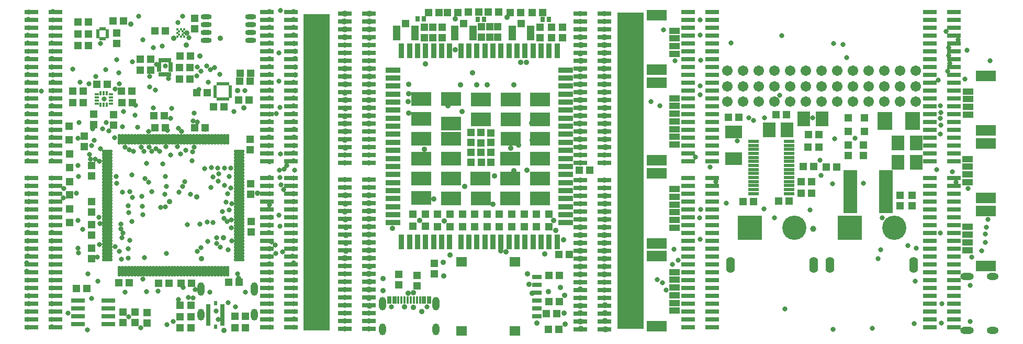
<source format=gts>
G04*
G04 #@! TF.GenerationSoftware,Altium Limited,Altium Designer,23.6.0 (18)*
G04*
G04 Layer_Color=8388736*
%FSLAX44Y44*%
%MOMM*%
G71*
G04*
G04 #@! TF.SameCoordinates,A137800D-7D6B-43E2-A44D-125AE26CC9B3*
G04*
G04*
G04 #@! TF.FilePolarity,Negative*
G04*
G01*
G75*
%ADD56R,1.2032X1.3032*%
%ADD57R,1.3032X1.2032*%
%ADD58R,1.7032X1.6032*%
%ADD59R,1.6032X0.8032*%
%ADD60R,2.2032X0.6532*%
%ADD61R,0.7032X0.9032*%
%ADD62R,1.2532X2.4032*%
%ADD63R,1.2032X1.2532*%
%ADD64R,0.7000X1.2400*%
%ADD65R,0.4000X1.2400*%
%ADD66R,2.3532X0.8532*%
%ADD67R,0.8532X2.3532*%
%ADD68R,3.2032X2.2032*%
%ADD69R,1.3032X1.3032*%
%ADD70R,1.7732X0.6132*%
%ADD71R,1.9932X2.4132*%
%ADD72R,1.3032X1.3032*%
%ADD73R,2.8032X2.1032*%
%ADD74R,1.7032X1.0032*%
%ADD75R,3.2032X1.8032*%
%ADD76R,2.2032X6.9132*%
%ADD77R,2.4032X3.0032*%
%ADD78C,0.4032*%
G04:AMPARAMS|DCode=79|XSize=1.6732mm|YSize=0.4832mm|CornerRadius=0.1366mm|HoleSize=0mm|Usage=FLASHONLY|Rotation=0.000|XOffset=0mm|YOffset=0mm|HoleType=Round|Shape=RoundedRectangle|*
%AMROUNDEDRECTD79*
21,1,1.6732,0.2100,0,0,0.0*
21,1,1.4000,0.4832,0,0,0.0*
1,1,0.2732,0.7000,-0.1050*
1,1,0.2732,-0.7000,-0.1050*
1,1,0.2732,-0.7000,0.1050*
1,1,0.2732,0.7000,0.1050*
%
%ADD79ROUNDEDRECTD79*%
G04:AMPARAMS|DCode=80|XSize=1.6732mm|YSize=0.4832mm|CornerRadius=0.1366mm|HoleSize=0mm|Usage=FLASHONLY|Rotation=90.000|XOffset=0mm|YOffset=0mm|HoleType=Round|Shape=RoundedRectangle|*
%AMROUNDEDRECTD80*
21,1,1.6732,0.2100,0,0,90.0*
21,1,1.4000,0.4832,0,0,90.0*
1,1,0.2732,0.1050,0.7000*
1,1,0.2732,0.1050,-0.7000*
1,1,0.2732,-0.1050,-0.7000*
1,1,0.2732,-0.1050,0.7000*
%
%ADD80ROUNDEDRECTD80*%
%ADD81R,0.6782X0.4532*%
%ADD82R,0.4532X0.6782*%
%ADD83R,0.5532X0.7932*%
%ADD84R,0.7932X0.5532*%
G04:AMPARAMS|DCode=85|XSize=0.5832mm|YSize=0.5532mm|CornerRadius=0.1174mm|HoleSize=0mm|Usage=FLASHONLY|Rotation=0.000|XOffset=0mm|YOffset=0mm|HoleType=Round|Shape=RoundedRectangle|*
%AMROUNDEDRECTD85*
21,1,0.5832,0.3185,0,0,0.0*
21,1,0.3485,0.5532,0,0,0.0*
1,1,0.2347,0.1743,-0.1593*
1,1,0.2347,-0.1743,-0.1593*
1,1,0.2347,-0.1743,0.1593*
1,1,0.2347,0.1743,0.1593*
%
%ADD85ROUNDEDRECTD85*%
%ADD86R,0.5032X0.7032*%
%ADD87R,0.7032X0.5032*%
%ADD88R,0.6032X0.5032*%
%ADD89R,0.5032X0.6032*%
%ADD90O,1.8032X0.8032*%
%ADD91R,2.1844X0.7366*%
%ADD92C,0.8032*%
%ADD93O,1.1032X2.2032*%
%ADD94O,1.1032X1.9032*%
%ADD95C,1.7032*%
%ADD96O,1.9032X1.1032*%
%ADD97O,2.2032X1.1032*%
%ADD98O,1.4032X2.6032*%
%ADD99R,3.9192X3.9192*%
%ADD100C,3.9192*%
%ADD101R,4.2032X51.2032*%
%ADD102C,1.0032*%
%ADD103C,0.9032*%
D56*
X991665Y732988D02*
D03*
Y749988D02*
D03*
X962415D02*
D03*
Y732988D02*
D03*
X976415Y749988D02*
D03*
Y732988D02*
D03*
X1067915Y750988D02*
D03*
Y733988D02*
D03*
X1054665Y750738D02*
D03*
Y733738D02*
D03*
X1080665Y734238D02*
D03*
Y751238D02*
D03*
X1186165Y732988D02*
D03*
Y749988D02*
D03*
X1149665D02*
D03*
Y732988D02*
D03*
X1167915D02*
D03*
Y749988D02*
D03*
X950665Y348988D02*
D03*
Y331988D02*
D03*
X920915Y350238D02*
D03*
Y333238D02*
D03*
X978915Y368488D02*
D03*
Y351488D02*
D03*
X1673250Y542250D02*
D03*
Y559250D02*
D03*
X1648250Y542750D02*
D03*
Y559750D02*
D03*
X1751250Y478500D02*
D03*
Y461500D02*
D03*
X1732250Y461250D02*
D03*
Y478250D02*
D03*
X412250Y556750D02*
D03*
Y573750D02*
D03*
X591000Y764500D02*
D03*
Y747500D02*
D03*
X424000Y510000D02*
D03*
Y527000D02*
D03*
X464250Y723500D02*
D03*
Y740500D02*
D03*
X427000Y592750D02*
D03*
Y609750D02*
D03*
X460000Y592000D02*
D03*
Y609000D02*
D03*
X424000Y393000D02*
D03*
Y376000D02*
D03*
X682000Y436250D02*
D03*
Y419250D02*
D03*
X681000Y496750D02*
D03*
Y479750D02*
D03*
X680250Y569000D02*
D03*
Y552000D02*
D03*
X424000Y451000D02*
D03*
Y468000D02*
D03*
X424250Y430750D02*
D03*
Y413750D02*
D03*
X494000Y272500D02*
D03*
Y289500D02*
D03*
X474500Y272500D02*
D03*
Y289500D02*
D03*
X514000Y289000D02*
D03*
Y272000D02*
D03*
D57*
X999915Y773988D02*
D03*
X1016915D02*
D03*
X1065415Y774488D02*
D03*
X1082415D02*
D03*
X1137165Y773488D02*
D03*
X1154165D02*
D03*
X985915Y773738D02*
D03*
X968915D02*
D03*
X1050915Y774488D02*
D03*
X1033915D02*
D03*
X1118165Y773488D02*
D03*
X1101165D02*
D03*
X1230165Y518988D02*
D03*
X1213165D02*
D03*
X1180665Y306238D02*
D03*
X1163665D02*
D03*
X1176665Y286738D02*
D03*
X1159665D02*
D03*
X1164165Y348988D02*
D03*
X1181165D02*
D03*
X1162915Y261238D02*
D03*
X1179915D02*
D03*
X1180165Y382988D02*
D03*
X1197165D02*
D03*
X1583500Y556000D02*
D03*
X1600500D02*
D03*
X1471250Y604500D02*
D03*
X1454250D02*
D03*
X1613000Y524250D02*
D03*
X1630000D02*
D03*
X1601250Y576750D02*
D03*
X1584250D02*
D03*
X1477750Y468500D02*
D03*
X1494750D02*
D03*
X1536000Y469000D02*
D03*
X1553000D02*
D03*
X1589250Y481750D02*
D03*
X1572250D02*
D03*
X1575500Y524500D02*
D03*
X1592500D02*
D03*
X1548750Y608750D02*
D03*
X1531750D02*
D03*
X1589250Y500000D02*
D03*
X1572250D02*
D03*
X678750Y632500D02*
D03*
X661750D02*
D03*
X399750Y327250D02*
D03*
X416750D02*
D03*
X680750Y662750D02*
D03*
X663750D02*
D03*
X489500Y646750D02*
D03*
X472500D02*
D03*
X489750Y628500D02*
D03*
X472750D02*
D03*
X526250Y744000D02*
D03*
X543250D02*
D03*
X449500Y657750D02*
D03*
X432500D02*
D03*
X410250Y628500D02*
D03*
X393250D02*
D03*
X410250Y647000D02*
D03*
X393250D02*
D03*
X681500Y676000D02*
D03*
X664500D02*
D03*
X673000Y264250D02*
D03*
X656000D02*
D03*
X672750Y283000D02*
D03*
X655750D02*
D03*
X567500Y282250D02*
D03*
X584500D02*
D03*
X567500Y264000D02*
D03*
X584500D02*
D03*
X584500Y300750D02*
D03*
X567500D02*
D03*
X458750Y760500D02*
D03*
X475750D02*
D03*
X401753Y739500D02*
D03*
X418753D02*
D03*
X401750Y720750D02*
D03*
X418750D02*
D03*
X401750Y758250D02*
D03*
X418750D02*
D03*
X566750Y703500D02*
D03*
X583750D02*
D03*
X520000Y680500D02*
D03*
X503000D02*
D03*
X520000Y698750D02*
D03*
X503000D02*
D03*
X566250Y666500D02*
D03*
X583250D02*
D03*
X566500Y685000D02*
D03*
X583500D02*
D03*
X611000Y644500D02*
D03*
X594000D02*
D03*
X638500Y621000D02*
D03*
X621500D02*
D03*
X524500Y606750D02*
D03*
X541500D02*
D03*
X526250Y587500D02*
D03*
X543250D02*
D03*
X590750Y587250D02*
D03*
X607750D02*
D03*
X485000Y336750D02*
D03*
X468000D02*
D03*
X645750Y337500D02*
D03*
X662750D02*
D03*
X585500Y336250D02*
D03*
X568500D02*
D03*
X549250D02*
D03*
X532250D02*
D03*
D58*
X1022695Y370648D02*
D03*
X1108695D02*
D03*
X1022695Y259148D02*
D03*
X1108695D02*
D03*
D59*
X1144195Y283148D02*
D03*
Y295848D02*
D03*
Y308548D02*
D03*
Y321248D02*
D03*
Y346648D02*
D03*
Y333948D02*
D03*
D60*
X1254165Y503288D02*
D03*
Y490588D02*
D03*
Y477888D02*
D03*
Y465188D02*
D03*
Y452488D02*
D03*
Y414388D02*
D03*
Y427088D02*
D03*
Y439788D02*
D03*
Y401688D02*
D03*
Y388988D02*
D03*
Y376288D02*
D03*
Y363588D02*
D03*
Y350888D02*
D03*
Y312788D02*
D03*
Y325488D02*
D03*
Y338188D02*
D03*
Y300088D02*
D03*
Y287388D02*
D03*
Y274688D02*
D03*
Y261988D02*
D03*
X1215165Y503288D02*
D03*
Y490588D02*
D03*
Y477888D02*
D03*
Y465188D02*
D03*
Y452488D02*
D03*
Y414388D02*
D03*
Y427088D02*
D03*
Y439788D02*
D03*
Y401688D02*
D03*
Y388988D02*
D03*
Y376288D02*
D03*
Y363588D02*
D03*
Y350888D02*
D03*
Y312788D02*
D03*
Y325488D02*
D03*
Y338188D02*
D03*
Y300088D02*
D03*
Y287388D02*
D03*
Y274688D02*
D03*
Y261988D02*
D03*
X834165Y262088D02*
D03*
Y274788D02*
D03*
Y287488D02*
D03*
Y300188D02*
D03*
Y338288D02*
D03*
Y325588D02*
D03*
Y312888D02*
D03*
Y350988D02*
D03*
Y363688D02*
D03*
Y376388D02*
D03*
Y389088D02*
D03*
Y401788D02*
D03*
Y439888D02*
D03*
Y427188D02*
D03*
Y414488D02*
D03*
Y452588D02*
D03*
Y465288D02*
D03*
Y477988D02*
D03*
Y490688D02*
D03*
Y503388D02*
D03*
X873165Y262088D02*
D03*
Y274788D02*
D03*
Y287488D02*
D03*
Y300188D02*
D03*
Y338288D02*
D03*
Y325588D02*
D03*
Y312888D02*
D03*
Y350988D02*
D03*
Y363688D02*
D03*
Y376388D02*
D03*
Y389088D02*
D03*
Y401788D02*
D03*
Y439888D02*
D03*
Y427188D02*
D03*
Y414488D02*
D03*
Y452588D02*
D03*
Y465288D02*
D03*
Y477988D02*
D03*
Y490688D02*
D03*
Y503388D02*
D03*
X1254165Y771988D02*
D03*
Y759288D02*
D03*
Y746588D02*
D03*
Y733888D02*
D03*
Y721188D02*
D03*
Y683088D02*
D03*
Y695788D02*
D03*
Y708488D02*
D03*
Y670388D02*
D03*
Y657688D02*
D03*
Y644988D02*
D03*
Y632288D02*
D03*
Y619588D02*
D03*
Y581488D02*
D03*
Y594188D02*
D03*
Y606888D02*
D03*
Y568788D02*
D03*
Y556088D02*
D03*
Y543388D02*
D03*
Y530688D02*
D03*
X1215165Y771988D02*
D03*
Y759288D02*
D03*
Y746588D02*
D03*
Y733888D02*
D03*
Y721188D02*
D03*
Y683088D02*
D03*
Y695788D02*
D03*
Y708488D02*
D03*
Y670388D02*
D03*
Y657688D02*
D03*
Y644988D02*
D03*
Y632288D02*
D03*
Y619588D02*
D03*
Y581488D02*
D03*
Y594188D02*
D03*
Y606888D02*
D03*
Y568788D02*
D03*
Y556088D02*
D03*
Y543388D02*
D03*
Y530688D02*
D03*
X873165Y771988D02*
D03*
Y759288D02*
D03*
Y746588D02*
D03*
Y733888D02*
D03*
Y721188D02*
D03*
Y683088D02*
D03*
Y695788D02*
D03*
Y708488D02*
D03*
Y670388D02*
D03*
Y657688D02*
D03*
Y644988D02*
D03*
Y632288D02*
D03*
Y619588D02*
D03*
Y581488D02*
D03*
Y594188D02*
D03*
Y606888D02*
D03*
Y568788D02*
D03*
Y556088D02*
D03*
Y543388D02*
D03*
Y530688D02*
D03*
X834165Y771988D02*
D03*
Y759288D02*
D03*
Y746588D02*
D03*
Y733888D02*
D03*
Y721188D02*
D03*
Y683088D02*
D03*
Y695788D02*
D03*
Y708488D02*
D03*
Y670388D02*
D03*
Y657688D02*
D03*
Y644988D02*
D03*
Y632288D02*
D03*
Y619588D02*
D03*
Y581488D02*
D03*
Y594188D02*
D03*
Y606888D02*
D03*
Y568788D02*
D03*
Y556088D02*
D03*
Y543388D02*
D03*
Y530688D02*
D03*
X1389250Y533450D02*
D03*
Y546150D02*
D03*
Y558850D02*
D03*
Y571550D02*
D03*
Y584250D02*
D03*
Y622350D02*
D03*
Y609650D02*
D03*
Y596950D02*
D03*
Y635050D02*
D03*
Y647750D02*
D03*
Y660450D02*
D03*
Y673150D02*
D03*
Y685850D02*
D03*
Y723950D02*
D03*
Y711250D02*
D03*
Y698550D02*
D03*
Y736650D02*
D03*
Y749350D02*
D03*
Y762050D02*
D03*
Y774750D02*
D03*
X1428250Y533450D02*
D03*
Y546150D02*
D03*
Y558850D02*
D03*
Y571550D02*
D03*
Y584250D02*
D03*
Y622350D02*
D03*
Y609650D02*
D03*
Y596950D02*
D03*
Y635050D02*
D03*
Y647750D02*
D03*
Y660450D02*
D03*
Y673150D02*
D03*
Y685850D02*
D03*
Y723950D02*
D03*
Y711250D02*
D03*
Y698550D02*
D03*
Y736650D02*
D03*
Y749350D02*
D03*
Y762050D02*
D03*
Y774750D02*
D03*
X1780250Y533450D02*
D03*
Y546150D02*
D03*
Y558850D02*
D03*
Y571550D02*
D03*
Y584250D02*
D03*
Y622350D02*
D03*
Y609650D02*
D03*
Y596950D02*
D03*
Y635050D02*
D03*
Y647750D02*
D03*
Y660450D02*
D03*
Y673150D02*
D03*
Y685850D02*
D03*
Y723950D02*
D03*
Y711250D02*
D03*
Y698550D02*
D03*
Y736650D02*
D03*
Y749350D02*
D03*
Y762050D02*
D03*
Y774750D02*
D03*
X1819250Y533450D02*
D03*
Y546150D02*
D03*
Y558850D02*
D03*
Y571550D02*
D03*
Y584250D02*
D03*
Y622350D02*
D03*
Y609650D02*
D03*
Y596950D02*
D03*
Y635050D02*
D03*
Y647750D02*
D03*
Y660450D02*
D03*
Y673150D02*
D03*
Y685850D02*
D03*
Y723950D02*
D03*
Y711250D02*
D03*
Y698550D02*
D03*
Y736650D02*
D03*
Y749350D02*
D03*
Y762050D02*
D03*
Y774750D02*
D03*
X1428250Y506150D02*
D03*
Y493450D02*
D03*
Y480750D02*
D03*
Y468050D02*
D03*
Y429950D02*
D03*
Y442650D02*
D03*
Y455350D02*
D03*
Y417250D02*
D03*
Y404550D02*
D03*
Y391850D02*
D03*
Y379150D02*
D03*
Y366450D02*
D03*
Y328350D02*
D03*
Y341050D02*
D03*
Y353750D02*
D03*
Y315650D02*
D03*
Y302950D02*
D03*
Y290250D02*
D03*
Y277550D02*
D03*
Y264850D02*
D03*
X1389250Y506150D02*
D03*
Y493450D02*
D03*
Y480750D02*
D03*
Y468050D02*
D03*
Y429950D02*
D03*
Y442650D02*
D03*
Y455350D02*
D03*
Y417250D02*
D03*
Y404550D02*
D03*
Y391850D02*
D03*
Y379150D02*
D03*
Y366450D02*
D03*
Y328350D02*
D03*
Y341050D02*
D03*
Y353750D02*
D03*
Y315650D02*
D03*
Y302950D02*
D03*
Y290250D02*
D03*
Y277550D02*
D03*
Y264850D02*
D03*
X1819250Y506150D02*
D03*
Y493450D02*
D03*
Y480750D02*
D03*
Y468050D02*
D03*
Y429950D02*
D03*
Y442650D02*
D03*
Y455350D02*
D03*
Y417250D02*
D03*
Y404550D02*
D03*
Y391850D02*
D03*
Y379150D02*
D03*
Y366450D02*
D03*
Y328350D02*
D03*
Y341050D02*
D03*
Y353750D02*
D03*
Y315650D02*
D03*
Y302950D02*
D03*
Y290250D02*
D03*
Y277550D02*
D03*
Y264850D02*
D03*
X1780250Y506150D02*
D03*
Y493450D02*
D03*
Y480750D02*
D03*
Y468050D02*
D03*
Y429950D02*
D03*
Y442650D02*
D03*
Y455350D02*
D03*
Y417250D02*
D03*
Y404550D02*
D03*
Y391850D02*
D03*
Y379150D02*
D03*
Y366450D02*
D03*
Y328350D02*
D03*
Y341050D02*
D03*
Y353750D02*
D03*
Y315650D02*
D03*
Y302950D02*
D03*
Y290250D02*
D03*
Y277550D02*
D03*
Y264850D02*
D03*
X365500Y775000D02*
D03*
Y762300D02*
D03*
Y749600D02*
D03*
Y736900D02*
D03*
Y698800D02*
D03*
Y711500D02*
D03*
Y724200D02*
D03*
Y686100D02*
D03*
Y673400D02*
D03*
Y660700D02*
D03*
Y648000D02*
D03*
Y635300D02*
D03*
Y597200D02*
D03*
Y609900D02*
D03*
Y622600D02*
D03*
Y584500D02*
D03*
Y571800D02*
D03*
Y559100D02*
D03*
Y546400D02*
D03*
Y533700D02*
D03*
X326500Y775000D02*
D03*
Y762300D02*
D03*
Y749600D02*
D03*
Y736900D02*
D03*
Y698800D02*
D03*
Y711500D02*
D03*
Y724200D02*
D03*
Y686100D02*
D03*
Y673400D02*
D03*
Y660700D02*
D03*
Y648000D02*
D03*
Y635300D02*
D03*
Y597200D02*
D03*
Y609900D02*
D03*
Y622600D02*
D03*
Y584500D02*
D03*
Y571800D02*
D03*
Y559100D02*
D03*
Y546400D02*
D03*
Y533700D02*
D03*
X746500Y775000D02*
D03*
Y762300D02*
D03*
Y749600D02*
D03*
Y736900D02*
D03*
Y698800D02*
D03*
Y711500D02*
D03*
Y724200D02*
D03*
Y686100D02*
D03*
Y673400D02*
D03*
Y660700D02*
D03*
Y648000D02*
D03*
Y635300D02*
D03*
Y597200D02*
D03*
Y609900D02*
D03*
Y622600D02*
D03*
Y584500D02*
D03*
Y571800D02*
D03*
Y559100D02*
D03*
Y546400D02*
D03*
Y533700D02*
D03*
X707500Y775000D02*
D03*
Y762300D02*
D03*
Y749600D02*
D03*
Y736900D02*
D03*
Y698800D02*
D03*
Y711500D02*
D03*
Y724200D02*
D03*
Y686100D02*
D03*
Y673400D02*
D03*
Y660700D02*
D03*
Y648000D02*
D03*
Y635300D02*
D03*
Y597200D02*
D03*
Y609900D02*
D03*
Y622600D02*
D03*
Y584500D02*
D03*
Y571800D02*
D03*
Y559100D02*
D03*
Y546400D02*
D03*
Y533700D02*
D03*
X365500Y506400D02*
D03*
Y493700D02*
D03*
Y481000D02*
D03*
Y468300D02*
D03*
Y430200D02*
D03*
Y442900D02*
D03*
Y455600D02*
D03*
Y417500D02*
D03*
Y404800D02*
D03*
Y392100D02*
D03*
Y379400D02*
D03*
Y366700D02*
D03*
Y328600D02*
D03*
Y341300D02*
D03*
Y354000D02*
D03*
Y315900D02*
D03*
Y303200D02*
D03*
Y290500D02*
D03*
Y277800D02*
D03*
Y265100D02*
D03*
X326500Y506400D02*
D03*
Y493700D02*
D03*
Y481000D02*
D03*
Y468300D02*
D03*
Y430200D02*
D03*
Y442900D02*
D03*
Y455600D02*
D03*
Y417500D02*
D03*
Y404800D02*
D03*
Y392100D02*
D03*
Y379400D02*
D03*
Y366700D02*
D03*
Y328600D02*
D03*
Y341300D02*
D03*
Y354000D02*
D03*
Y315900D02*
D03*
Y303200D02*
D03*
Y290500D02*
D03*
Y277800D02*
D03*
Y265100D02*
D03*
X746500Y506400D02*
D03*
Y493700D02*
D03*
Y481000D02*
D03*
Y468300D02*
D03*
Y430200D02*
D03*
Y442900D02*
D03*
Y455600D02*
D03*
Y417500D02*
D03*
Y404800D02*
D03*
Y392100D02*
D03*
Y379400D02*
D03*
Y366700D02*
D03*
Y328600D02*
D03*
Y341300D02*
D03*
Y354000D02*
D03*
Y315900D02*
D03*
Y303200D02*
D03*
Y290500D02*
D03*
Y277800D02*
D03*
Y265100D02*
D03*
X707500Y506400D02*
D03*
Y493700D02*
D03*
Y481000D02*
D03*
Y468300D02*
D03*
Y430200D02*
D03*
Y442900D02*
D03*
Y455600D02*
D03*
Y417500D02*
D03*
Y404800D02*
D03*
Y392100D02*
D03*
Y379400D02*
D03*
Y366700D02*
D03*
Y328600D02*
D03*
Y341300D02*
D03*
Y354000D02*
D03*
Y315900D02*
D03*
Y303200D02*
D03*
Y290500D02*
D03*
Y277800D02*
D03*
Y265100D02*
D03*
D61*
X951915Y763738D02*
D03*
X961915D02*
D03*
X1058906Y763172D02*
D03*
X1048906D02*
D03*
X1163665Y762988D02*
D03*
X1153665D02*
D03*
D62*
X917415Y740988D02*
D03*
X946915D02*
D03*
X1041165Y740488D02*
D03*
X1011665D02*
D03*
X1104665Y740738D02*
D03*
X1134165D02*
D03*
D63*
X932165Y756238D02*
D03*
X1026415Y755738D02*
D03*
X1119415Y755988D02*
D03*
D64*
X970065Y308688D02*
D03*
X962065D02*
D03*
X914065D02*
D03*
X906065D02*
D03*
D65*
X940565D02*
D03*
X945565D02*
D03*
X950565D02*
D03*
X955565D02*
D03*
X935565D02*
D03*
X930565D02*
D03*
X925565D02*
D03*
X920565D02*
D03*
D66*
X911915Y485988D02*
D03*
Y498988D02*
D03*
Y615988D02*
D03*
Y589988D02*
D03*
Y576988D02*
D03*
Y602988D02*
D03*
Y667988D02*
D03*
Y628988D02*
D03*
Y641988D02*
D03*
Y654988D02*
D03*
Y680988D02*
D03*
Y563988D02*
D03*
Y550988D02*
D03*
Y537988D02*
D03*
Y524988D02*
D03*
Y511988D02*
D03*
X1190915Y680988D02*
D03*
Y667988D02*
D03*
Y654988D02*
D03*
Y641988D02*
D03*
Y628988D02*
D03*
Y615988D02*
D03*
Y602988D02*
D03*
Y589988D02*
D03*
Y576988D02*
D03*
Y563988D02*
D03*
Y550988D02*
D03*
Y537988D02*
D03*
Y524988D02*
D03*
Y511988D02*
D03*
X911915Y472988D02*
D03*
Y459988D02*
D03*
Y446988D02*
D03*
Y433988D02*
D03*
X1190915Y498988D02*
D03*
Y485988D02*
D03*
Y472988D02*
D03*
Y459988D02*
D03*
Y446988D02*
D03*
Y433988D02*
D03*
D67*
X925415Y712238D02*
D03*
X938415D02*
D03*
X951415D02*
D03*
X964415D02*
D03*
X977415D02*
D03*
X990415D02*
D03*
X1003415D02*
D03*
X1021415Y711988D02*
D03*
X1034415D02*
D03*
X1047415D02*
D03*
X1060415D02*
D03*
X1073415D02*
D03*
X1086415D02*
D03*
X1177415D02*
D03*
X1164415D02*
D03*
X1151415D02*
D03*
X1138415D02*
D03*
X1125415D02*
D03*
X1112415D02*
D03*
X1099415D02*
D03*
X925415Y402988D02*
D03*
X938415D02*
D03*
X951415D02*
D03*
X964415D02*
D03*
X977415D02*
D03*
X990415D02*
D03*
X1003415D02*
D03*
X1021415D02*
D03*
X1034415D02*
D03*
X1047415D02*
D03*
X1060415D02*
D03*
X1073415D02*
D03*
X1177415D02*
D03*
X1164415D02*
D03*
X1099415D02*
D03*
X1086415D02*
D03*
X1112415D02*
D03*
X1125415D02*
D03*
X1151415D02*
D03*
X1138415D02*
D03*
D68*
X957366Y569707D02*
D03*
X957616Y601707D02*
D03*
Y633707D02*
D03*
X1005415Y569738D02*
D03*
X1005665Y593988D02*
D03*
X1005665Y633738D02*
D03*
X1053665Y601488D02*
D03*
Y633488D02*
D03*
X1005415Y537738D02*
D03*
X957366Y537707D02*
D03*
Y505707D02*
D03*
X1149915Y633488D02*
D03*
X1101866Y633457D02*
D03*
X1149915Y601488D02*
D03*
X1101866Y601457D02*
D03*
X1149915Y569488D02*
D03*
X1101915D02*
D03*
X1149665Y537488D02*
D03*
X1101616Y537457D02*
D03*
X1149665Y505488D02*
D03*
X1053415Y505488D02*
D03*
X1005366Y505457D02*
D03*
X957366Y473707D02*
D03*
X1005366Y473457D02*
D03*
X1101616Y505457D02*
D03*
X1149665Y473488D02*
D03*
X1053616Y473457D02*
D03*
X1101616D02*
D03*
D69*
X1037665Y579738D02*
D03*
X1053819Y579566D02*
D03*
X1069915Y579488D02*
D03*
X1037915Y563738D02*
D03*
X1070021Y563500D02*
D03*
X1054068Y563324D02*
D03*
X1037915Y547738D02*
D03*
X1054069Y547566D02*
D03*
X1070165Y547488D02*
D03*
X1038165Y531738D02*
D03*
X1070271Y531500D02*
D03*
X1054415Y531488D02*
D03*
X963915Y447988D02*
D03*
X943915D02*
D03*
X1043915Y447738D02*
D03*
X1023915D02*
D03*
X983915D02*
D03*
X1003915D02*
D03*
X943915Y427988D02*
D03*
X963915D02*
D03*
X1043915Y427738D02*
D03*
X1023915D02*
D03*
X1003915D02*
D03*
X983915D02*
D03*
X1163915Y447738D02*
D03*
X1063915D02*
D03*
X1103915D02*
D03*
X1083915D02*
D03*
X1123915D02*
D03*
X1143915D02*
D03*
X1063915Y427738D02*
D03*
X1083915D02*
D03*
X1123915D02*
D03*
X1143915D02*
D03*
X1163915D02*
D03*
X1103915D02*
D03*
D70*
X1552580Y481000D02*
D03*
Y487500D02*
D03*
Y494000D02*
D03*
Y500500D02*
D03*
Y507000D02*
D03*
Y513500D02*
D03*
Y520000D02*
D03*
Y526500D02*
D03*
Y533000D02*
D03*
Y539500D02*
D03*
Y546000D02*
D03*
Y552500D02*
D03*
Y559000D02*
D03*
Y565500D02*
D03*
X1495080Y481000D02*
D03*
Y487500D02*
D03*
Y494000D02*
D03*
Y500500D02*
D03*
Y507000D02*
D03*
Y513500D02*
D03*
Y520000D02*
D03*
Y526500D02*
D03*
Y533000D02*
D03*
Y539500D02*
D03*
Y546000D02*
D03*
Y552500D02*
D03*
Y559000D02*
D03*
Y565500D02*
D03*
D71*
X1576400Y602250D02*
D03*
X1605600D02*
D03*
X1520400Y584000D02*
D03*
X1549600D02*
D03*
X1758250Y532000D02*
D03*
X1729050D02*
D03*
X1758100Y562750D02*
D03*
X1728900D02*
D03*
D72*
X1648250Y603750D02*
D03*
X1648250Y581750D02*
D03*
X1674250Y603750D02*
D03*
X1674250Y581750D02*
D03*
X388000Y589750D02*
D03*
X388000Y567750D02*
D03*
X388500Y500750D02*
D03*
X388500Y478750D02*
D03*
X388250Y545250D02*
D03*
X388250Y523250D02*
D03*
X388500Y456000D02*
D03*
X388500Y434000D02*
D03*
D73*
X1463250Y538000D02*
D03*
Y581000D02*
D03*
D74*
X1367000Y354250D02*
D03*
Y341750D02*
D03*
Y329250D02*
D03*
Y316750D02*
D03*
Y304250D02*
D03*
Y291750D02*
D03*
X1842000Y646250D02*
D03*
Y633750D02*
D03*
Y621250D02*
D03*
Y608750D02*
D03*
X1367000Y488500D02*
D03*
Y476000D02*
D03*
Y463500D02*
D03*
Y451000D02*
D03*
Y438500D02*
D03*
Y426000D02*
D03*
Y560250D02*
D03*
Y572750D02*
D03*
Y585250D02*
D03*
Y597750D02*
D03*
Y610250D02*
D03*
Y622750D02*
D03*
Y635250D02*
D03*
X1841750Y537000D02*
D03*
Y524500D02*
D03*
Y512000D02*
D03*
Y499500D02*
D03*
X1367000Y707000D02*
D03*
Y719500D02*
D03*
Y732000D02*
D03*
Y744500D02*
D03*
X1841750Y427250D02*
D03*
Y414750D02*
D03*
Y402250D02*
D03*
Y389750D02*
D03*
D75*
X1338000Y379750D02*
D03*
Y266250D02*
D03*
X1871000Y671750D02*
D03*
Y583250D02*
D03*
X1338000Y514000D02*
D03*
Y400500D02*
D03*
Y534750D02*
D03*
Y660750D02*
D03*
X1870750Y562500D02*
D03*
Y474000D02*
D03*
X1338000Y681500D02*
D03*
Y770000D02*
D03*
X1870750Y452750D02*
D03*
Y364250D02*
D03*
D76*
X1709110Y484000D02*
D03*
X1651390D02*
D03*
D77*
X1752250Y598750D02*
D03*
X1707250D02*
D03*
D78*
X574240Y740920D02*
D03*
X568580Y746580D02*
D03*
X562920D02*
D03*
Y740920D02*
D03*
Y735260D02*
D03*
X568580D02*
D03*
X565750Y743750D02*
D03*
Y738090D02*
D03*
X574240Y746580D02*
D03*
Y735260D02*
D03*
X571410Y743750D02*
D03*
Y738090D02*
D03*
D79*
X663200Y549500D02*
D03*
Y544500D02*
D03*
Y539500D02*
D03*
Y534500D02*
D03*
Y529500D02*
D03*
Y524500D02*
D03*
Y519500D02*
D03*
Y514500D02*
D03*
Y509500D02*
D03*
Y504500D02*
D03*
Y499500D02*
D03*
Y494500D02*
D03*
Y489500D02*
D03*
Y484500D02*
D03*
Y479500D02*
D03*
Y474500D02*
D03*
Y469500D02*
D03*
Y464500D02*
D03*
Y459500D02*
D03*
Y454500D02*
D03*
Y449500D02*
D03*
Y444500D02*
D03*
Y439500D02*
D03*
Y434500D02*
D03*
Y429500D02*
D03*
Y424500D02*
D03*
Y419500D02*
D03*
Y414500D02*
D03*
Y409500D02*
D03*
Y404500D02*
D03*
Y399500D02*
D03*
Y394500D02*
D03*
Y389500D02*
D03*
Y384500D02*
D03*
Y379500D02*
D03*
Y374500D02*
D03*
X449800D02*
D03*
Y379500D02*
D03*
Y384500D02*
D03*
Y389500D02*
D03*
Y394500D02*
D03*
Y399500D02*
D03*
Y404500D02*
D03*
Y409500D02*
D03*
Y414500D02*
D03*
Y419500D02*
D03*
Y424500D02*
D03*
Y429500D02*
D03*
Y434500D02*
D03*
Y439500D02*
D03*
Y444500D02*
D03*
Y449500D02*
D03*
Y454500D02*
D03*
Y459500D02*
D03*
Y464500D02*
D03*
Y469500D02*
D03*
Y474500D02*
D03*
Y479500D02*
D03*
Y484500D02*
D03*
Y489500D02*
D03*
Y494500D02*
D03*
Y499500D02*
D03*
Y504500D02*
D03*
Y509500D02*
D03*
Y514500D02*
D03*
Y519500D02*
D03*
Y524500D02*
D03*
Y529500D02*
D03*
Y534500D02*
D03*
Y539500D02*
D03*
Y544500D02*
D03*
Y549500D02*
D03*
D80*
X469000Y568700D02*
D03*
X474000D02*
D03*
X479000D02*
D03*
X484000D02*
D03*
X489000D02*
D03*
X494000D02*
D03*
X499000D02*
D03*
X504000D02*
D03*
X509000D02*
D03*
X514000D02*
D03*
X519000D02*
D03*
X524000D02*
D03*
X529000D02*
D03*
X534000D02*
D03*
X539000D02*
D03*
X544000D02*
D03*
X549000D02*
D03*
X554000D02*
D03*
X559000D02*
D03*
X564000D02*
D03*
X569000D02*
D03*
X574000D02*
D03*
X579000D02*
D03*
X584000D02*
D03*
X589000D02*
D03*
X594000D02*
D03*
X599000D02*
D03*
X604000D02*
D03*
X609000D02*
D03*
X614000D02*
D03*
X619000D02*
D03*
X624000D02*
D03*
X629000D02*
D03*
X634000D02*
D03*
X639000D02*
D03*
X644000D02*
D03*
Y355300D02*
D03*
X639000D02*
D03*
X634000D02*
D03*
X629000D02*
D03*
X624000D02*
D03*
X619000D02*
D03*
X614000D02*
D03*
X609000D02*
D03*
X604000D02*
D03*
X599000D02*
D03*
X594000D02*
D03*
X589000D02*
D03*
X584000D02*
D03*
X579000D02*
D03*
X574000D02*
D03*
X569000D02*
D03*
X564000D02*
D03*
X559000D02*
D03*
X554000D02*
D03*
X549000D02*
D03*
X544000D02*
D03*
X539000D02*
D03*
X534000D02*
D03*
X529000D02*
D03*
X524000D02*
D03*
X519000D02*
D03*
X514000D02*
D03*
X509000D02*
D03*
X504000D02*
D03*
X499000D02*
D03*
X494000D02*
D03*
X489000D02*
D03*
X484000D02*
D03*
X479000D02*
D03*
X474000D02*
D03*
X469000D02*
D03*
D81*
X432125Y636500D02*
D03*
Y631500D02*
D03*
Y626500D02*
D03*
Y641500D02*
D03*
X455375Y636500D02*
D03*
Y631500D02*
D03*
Y626500D02*
D03*
Y641500D02*
D03*
D82*
X443750Y643125D02*
D03*
X438750D02*
D03*
X448750D02*
D03*
X443750Y624875D02*
D03*
X438750D02*
D03*
X448750D02*
D03*
D83*
X624400Y265850D02*
D03*
Y304150D02*
D03*
D84*
X612750Y270000D02*
D03*
Y275000D02*
D03*
Y280000D02*
D03*
Y285000D02*
D03*
Y290000D02*
D03*
Y295000D02*
D03*
Y300000D02*
D03*
X636050D02*
D03*
Y295000D02*
D03*
Y290000D02*
D03*
Y285000D02*
D03*
Y280000D02*
D03*
Y275000D02*
D03*
Y270000D02*
D03*
D85*
X449153Y744500D02*
D03*
Y739500D02*
D03*
Y734500D02*
D03*
X444003Y731850D02*
D03*
X439003D02*
D03*
X433853Y734500D02*
D03*
Y739500D02*
D03*
Y744500D02*
D03*
X439003Y747150D02*
D03*
X444003D02*
D03*
D86*
X550000Y674000D02*
D03*
X545000D02*
D03*
X540000D02*
D03*
X535000D02*
D03*
X550000Y697000D02*
D03*
X545000D02*
D03*
X540000D02*
D03*
X535000D02*
D03*
D87*
X551500Y680500D02*
D03*
Y685500D02*
D03*
Y690500D02*
D03*
X533500Y680500D02*
D03*
Y685500D02*
D03*
Y690500D02*
D03*
D88*
X624000Y653750D02*
D03*
Y648750D02*
D03*
Y643750D02*
D03*
Y638750D02*
D03*
X648500D02*
D03*
Y643750D02*
D03*
Y648750D02*
D03*
Y653750D02*
D03*
D89*
X643750Y658500D02*
D03*
X638750D02*
D03*
X633750D02*
D03*
X628750D02*
D03*
Y634000D02*
D03*
X633750D02*
D03*
X638750D02*
D03*
X643750D02*
D03*
D90*
X609250Y767050D02*
D03*
Y754350D02*
D03*
Y741650D02*
D03*
Y728950D02*
D03*
X681250D02*
D03*
Y741650D02*
D03*
Y754350D02*
D03*
Y767050D02*
D03*
D91*
X401612Y307800D02*
D03*
Y295100D02*
D03*
Y282400D02*
D03*
Y269700D02*
D03*
X450888D02*
D03*
Y282400D02*
D03*
Y295100D02*
D03*
Y307800D02*
D03*
D92*
X966965Y297988D02*
D03*
X909165D02*
D03*
X1845200Y274600D02*
D03*
Y332400D02*
D03*
X615100Y322050D02*
D03*
X672900D02*
D03*
X1407449Y442206D02*
D03*
X1409699Y455206D02*
D03*
X1373250Y373250D02*
D03*
X1364199Y366706D02*
D03*
X1354000Y324750D02*
D03*
X1347767Y337138D02*
D03*
X1870017Y402388D02*
D03*
X1870267Y415388D02*
D03*
X1872017Y426888D02*
D03*
X1874767Y439638D02*
D03*
X1511596Y455980D02*
D03*
X1701000Y390250D02*
D03*
X1623383Y261438D02*
D03*
X1758383Y392688D02*
D03*
X1545633Y294188D02*
D03*
X1424383Y524438D02*
D03*
X1756705Y339434D02*
D03*
X1645705Y700684D02*
D03*
X1408455Y762184D02*
D03*
X1754955Y271183D02*
D03*
X1366705Y390933D02*
D03*
X1339205Y342426D02*
D03*
X1848000Y378250D02*
D03*
X1842500Y489250D02*
D03*
X1623000Y496750D02*
D03*
X1537500Y640250D02*
D03*
X1540500Y736750D02*
D03*
X1451213Y465497D02*
D03*
X1409500Y696750D02*
D03*
X1468907Y566685D02*
D03*
X1809000Y679000D02*
D03*
X1672750Y498000D02*
D03*
X1745000Y396750D02*
D03*
X1434500Y500500D02*
D03*
X1528500Y441500D02*
D03*
X1590955Y603750D02*
D03*
X1626250Y569750D02*
D03*
X1791500Y520000D02*
D03*
X1816883Y516438D02*
D03*
X1822750Y499500D02*
D03*
X1799000Y271500D02*
D03*
X1400750Y540000D02*
D03*
X1328750Y629750D02*
D03*
X1408892Y736992D02*
D03*
X1349082Y746204D02*
D03*
X1458955Y724933D02*
D03*
X1408500Y641250D02*
D03*
X1409000Y655500D02*
D03*
X1343750Y622750D02*
D03*
X1659000Y570250D02*
D03*
X1864000Y389000D02*
D03*
X1408750Y407500D02*
D03*
X1368000Y695750D02*
D03*
X1797250Y417750D02*
D03*
X1487750Y603750D02*
D03*
X1604250Y510647D02*
D03*
X1602750Y535250D02*
D03*
X1800000Y302750D02*
D03*
X1495000Y599750D02*
D03*
X1513250Y604000D02*
D03*
X1639500Y722500D02*
D03*
X1625000Y724000D02*
D03*
X1687500Y263250D02*
D03*
X1696500Y376250D02*
D03*
X1797500Y577750D02*
D03*
X1793996Y664218D02*
D03*
X1797750Y591500D02*
D03*
X1797596Y602730D02*
D03*
X1797500Y623250D02*
D03*
X1798250Y612250D02*
D03*
X1811000Y717200D02*
D03*
X1825750Y729900D02*
D03*
X1837500Y665888D02*
D03*
X1806500Y743250D02*
D03*
X1811000Y704500D02*
D03*
X1812750Y691800D02*
D03*
X1840589Y713051D02*
D03*
X1877839Y695551D02*
D03*
X1586427Y454784D02*
D03*
X1703750Y442250D02*
D03*
X749250Y379750D02*
D03*
X750886Y369250D02*
D03*
X360048Y572047D02*
D03*
Y559347D02*
D03*
X423612Y558420D02*
D03*
X727000Y446000D02*
D03*
X710644Y456069D02*
D03*
X711750Y463487D02*
D03*
X711000Y418250D02*
D03*
X714951Y403225D02*
D03*
X721166Y397975D02*
D03*
X645157Y390175D02*
D03*
X712209Y532550D02*
D03*
X709000Y546050D02*
D03*
X649157Y522675D02*
D03*
X660250Y351196D02*
D03*
X732796Y387130D02*
D03*
X722365Y384108D02*
D03*
X475250Y613985D02*
D03*
X447716Y596250D02*
D03*
X442000Y585750D02*
D03*
X403350Y596250D02*
D03*
X452281Y582074D02*
D03*
X426000Y585750D02*
D03*
X402032Y437300D02*
D03*
X319285Y368709D02*
D03*
X319435Y355859D02*
D03*
X581262Y733422D02*
D03*
X751048Y429647D02*
D03*
X650363Y426064D02*
D03*
X649930Y438930D02*
D03*
X595220Y686075D02*
D03*
X531750Y323250D02*
D03*
X475124Y417699D02*
D03*
X471606Y424394D02*
D03*
X543213Y459481D02*
D03*
X542392Y479941D02*
D03*
X535719Y459168D02*
D03*
X612600Y661396D02*
D03*
X597600Y649000D02*
D03*
X622744Y684594D02*
D03*
X615850Y681640D02*
D03*
X609909Y687298D02*
D03*
X607521Y585000D02*
D03*
X628157Y522425D02*
D03*
X617657Y523250D02*
D03*
X607157Y521182D02*
D03*
X507350Y729750D02*
D03*
X524250Y716925D02*
D03*
X628764Y277954D02*
D03*
X625240Y291511D02*
D03*
X379238Y488945D02*
D03*
X672000Y647250D02*
D03*
X631242Y674000D02*
D03*
X600850Y679349D02*
D03*
X593850Y671500D02*
D03*
X595462Y596689D02*
D03*
X589720Y555974D02*
D03*
X571550Y767745D02*
D03*
X564000Y757750D02*
D03*
X499850Y767500D02*
D03*
X729000Y428000D02*
D03*
X637973Y441250D02*
D03*
X643118Y435792D02*
D03*
X651264Y464873D02*
D03*
X712000Y481247D02*
D03*
X636112Y451750D02*
D03*
X641657Y466925D02*
D03*
X723000Y610000D02*
D03*
X436500Y398495D02*
D03*
X403000Y385000D02*
D03*
X402000Y393000D02*
D03*
X564750Y310250D02*
D03*
X657000Y298000D02*
D03*
X433681Y378000D02*
D03*
X528907Y689925D02*
D03*
X553750Y618500D02*
D03*
X547000Y583000D02*
D03*
X494891Y624065D02*
D03*
X444750Y634000D02*
D03*
X403000Y509000D02*
D03*
X402407Y526175D02*
D03*
X410000Y423000D02*
D03*
X420695Y544302D02*
D03*
X482907Y391925D02*
D03*
X503907Y263925D02*
D03*
X507000Y343000D02*
D03*
X544907Y383925D02*
D03*
X572000Y328914D02*
D03*
X730000Y545000D02*
D03*
X712048Y622047D02*
D03*
X484802Y552339D02*
D03*
X491535Y549036D02*
D03*
X478562Y556500D02*
D03*
X654407Y613629D02*
D03*
X728377Y519127D02*
D03*
X590250Y611500D02*
D03*
X588126Y598250D02*
D03*
X567604Y545265D02*
D03*
X551750Y543750D02*
D03*
X562925Y556850D02*
D03*
X576657Y551500D02*
D03*
X538890Y529375D02*
D03*
X528088Y554082D02*
D03*
X544500Y557250D02*
D03*
X360048Y265850D02*
D03*
X342575Y646911D02*
D03*
X751333Y264739D02*
D03*
X751825Y278161D02*
D03*
X752326Y290661D02*
D03*
X712825Y265161D02*
D03*
X712326Y277661D02*
D03*
X712576Y290161D02*
D03*
X360897Y749163D02*
D03*
X361147Y762163D02*
D03*
Y775163D02*
D03*
X322147Y749413D02*
D03*
X321397Y762413D02*
D03*
X322147Y774913D02*
D03*
X321500Y711500D02*
D03*
X360250Y711250D02*
D03*
X750626Y328268D02*
D03*
X711376Y328768D02*
D03*
X461750Y395250D02*
D03*
X469250Y387500D02*
D03*
X433788Y339178D02*
D03*
X712048Y762547D02*
D03*
X446500Y681500D02*
D03*
X468000Y676500D02*
D03*
X729376Y777268D02*
D03*
X728656Y506925D02*
D03*
X734645Y487350D02*
D03*
X739577Y526950D02*
D03*
X735750Y520500D02*
D03*
X712048Y493246D02*
D03*
X518126Y670518D02*
D03*
X548236Y667008D02*
D03*
X727376Y709017D02*
D03*
X726876Y663268D02*
D03*
X419626Y658767D02*
D03*
X490376Y694268D02*
D03*
X751048Y533947D02*
D03*
X427876Y567267D02*
D03*
X521032Y484447D02*
D03*
X516657Y499250D02*
D03*
X505500Y476750D02*
D03*
X506157Y460250D02*
D03*
X507250Y446750D02*
D03*
X483157Y461425D02*
D03*
X490157Y475000D02*
D03*
X591376Y325518D02*
D03*
X588126Y312017D02*
D03*
X469100Y659000D02*
D03*
X498500Y588250D02*
D03*
X524350Y620000D02*
D03*
X494000Y608250D02*
D03*
X518250Y653500D02*
D03*
X527626Y648268D02*
D03*
X474100Y589000D02*
D03*
X462195Y650055D02*
D03*
X489587Y435733D02*
D03*
X484000Y450500D02*
D03*
X509212Y377288D02*
D03*
X385600Y287750D02*
D03*
X611850Y403500D02*
D03*
X626500Y409500D02*
D03*
X601250Y393750D02*
D03*
X631907Y394750D02*
D03*
X626750Y400500D02*
D03*
X510250Y505500D02*
D03*
X461453Y571221D02*
D03*
X521407Y549175D02*
D03*
X516250Y581500D02*
D03*
X473250Y409500D02*
D03*
X712093Y507127D02*
D03*
X712048Y609150D02*
D03*
X584250Y480000D02*
D03*
X620409Y507758D02*
D03*
X629758Y513258D02*
D03*
X638657Y522425D02*
D03*
X649518Y490527D02*
D03*
X639239Y494206D02*
D03*
X629000Y501500D02*
D03*
X464763Y497884D02*
D03*
X488907Y511384D02*
D03*
X575100Y500250D02*
D03*
X571150Y492300D02*
D03*
X565100Y483500D02*
D03*
X620600Y434500D02*
D03*
X644850Y305000D02*
D03*
X646612Y454675D02*
D03*
X544750Y492500D02*
D03*
X712048Y648247D02*
D03*
X751048Y622847D02*
D03*
Y635547D02*
D03*
X438750Y554097D02*
D03*
X617000Y490750D02*
D03*
X647100Y508500D02*
D03*
X611121Y434726D02*
D03*
X599600Y431500D02*
D03*
X578907Y430925D02*
D03*
X569820Y581234D02*
D03*
X587000Y534500D02*
D03*
X474000Y483750D02*
D03*
X463850Y508500D02*
D03*
X471657Y431925D02*
D03*
X478100Y322000D02*
D03*
X543350Y687750D02*
D03*
X551500Y603000D02*
D03*
X430850Y670250D02*
D03*
X728500Y620250D02*
D03*
X430149Y536851D02*
D03*
X436944Y533675D02*
D03*
X422407Y537000D02*
D03*
X587157Y548925D02*
D03*
X543100Y508500D02*
D03*
X512750Y322750D02*
D03*
X484500Y282000D02*
D03*
X508471Y549759D02*
D03*
X512850Y530000D02*
D03*
X321048Y622750D02*
D03*
X393850Y682500D02*
D03*
X405350Y661500D02*
D03*
X545600Y269000D02*
D03*
X556393Y274000D02*
D03*
X580600Y313000D02*
D03*
X464750Y697500D02*
D03*
X424407Y311675D02*
D03*
X417407Y260676D02*
D03*
X399500Y482000D02*
D03*
X360048Y468547D02*
D03*
X378500Y474250D02*
D03*
X486157Y484175D02*
D03*
X472657Y374925D02*
D03*
X321048Y673647D02*
D03*
X360048Y341547D02*
D03*
Y354247D02*
D03*
X417907Y351175D02*
D03*
X483407Y376925D02*
D03*
X485657Y405425D02*
D03*
X438657Y723675D02*
D03*
X594907Y387925D02*
D03*
X650657Y404425D02*
D03*
X752657Y518675D02*
D03*
X644407Y480925D02*
D03*
X730157Y494925D02*
D03*
X712048Y597447D02*
D03*
X564407Y586425D02*
D03*
X534157Y549675D02*
D03*
X517500Y556000D02*
D03*
X504250D02*
D03*
X437157Y432425D02*
D03*
X435907Y442925D02*
D03*
X402157Y570925D02*
D03*
X712048Y775422D02*
D03*
X538500Y719250D02*
D03*
X751048Y775247D02*
D03*
Y762547D02*
D03*
Y749847D02*
D03*
X712048D02*
D03*
Y737147D02*
D03*
Y724447D02*
D03*
Y711747D02*
D03*
Y699047D02*
D03*
Y686347D02*
D03*
Y673647D02*
D03*
X751048Y660947D02*
D03*
X712048D02*
D03*
Y635547D02*
D03*
X751048Y610147D02*
D03*
Y597447D02*
D03*
X712048Y584747D02*
D03*
X751048Y546647D02*
D03*
Y506647D02*
D03*
Y493947D02*
D03*
Y455847D02*
D03*
Y443147D02*
D03*
Y417747D02*
D03*
Y316147D02*
D03*
X712048D02*
D03*
X751048Y303447D02*
D03*
X712048D02*
D03*
X321048Y265347D02*
D03*
X360048Y278047D02*
D03*
X321048D02*
D03*
X360048Y290747D02*
D03*
X321048D02*
D03*
X360048Y316147D02*
D03*
Y328847D02*
D03*
X321048D02*
D03*
Y341547D02*
D03*
X360048Y366947D02*
D03*
Y430447D02*
D03*
Y443147D02*
D03*
X321048D02*
D03*
X360048Y455847D02*
D03*
X321048D02*
D03*
X360048Y481247D02*
D03*
Y493947D02*
D03*
X321048D02*
D03*
X360048Y506647D02*
D03*
X321048D02*
D03*
X360048Y533947D02*
D03*
X321048D02*
D03*
Y546647D02*
D03*
X360048D02*
D03*
X321048Y572047D02*
D03*
Y584747D02*
D03*
Y597447D02*
D03*
Y610147D02*
D03*
Y660947D02*
D03*
X360048Y724447D02*
D03*
X321048D02*
D03*
X360500Y736900D02*
D03*
X321048Y737147D02*
D03*
D93*
X981315Y302888D02*
D03*
X894815D02*
D03*
X600750Y326950D02*
D03*
X687250D02*
D03*
D94*
X981315Y261188D02*
D03*
X894815D02*
D03*
X600750Y285250D02*
D03*
X687250D02*
D03*
D95*
X1452700Y679500D02*
D03*
X1478100D02*
D03*
X1503500D02*
D03*
X1528900D02*
D03*
X1554300D02*
D03*
X1579700D02*
D03*
X1605100D02*
D03*
X1630500D02*
D03*
X1655900D02*
D03*
X1681300D02*
D03*
X1706700D02*
D03*
X1732100D02*
D03*
X1757500D02*
D03*
X1452700Y629500D02*
D03*
X1478100D02*
D03*
X1503500D02*
D03*
X1528900D02*
D03*
X1554300D02*
D03*
X1579700D02*
D03*
X1605100D02*
D03*
X1630500D02*
D03*
X1655900D02*
D03*
X1681300D02*
D03*
X1706700D02*
D03*
X1732100D02*
D03*
X1757500D02*
D03*
X1452700Y654500D02*
D03*
X1478100D02*
D03*
X1503500D02*
D03*
X1528900D02*
D03*
X1554300D02*
D03*
X1579700D02*
D03*
X1605100D02*
D03*
X1630500D02*
D03*
X1655900D02*
D03*
X1681300D02*
D03*
X1706700D02*
D03*
X1732100D02*
D03*
X1757500D02*
D03*
D96*
X1882000Y260250D02*
D03*
Y346750D02*
D03*
D97*
X1840300Y260250D02*
D03*
Y346750D02*
D03*
D98*
X1457500Y365500D02*
D03*
X1592500D02*
D03*
X1754000D02*
D03*
X1619000D02*
D03*
D99*
X1489000Y425500D02*
D03*
X1650500D02*
D03*
D100*
X1561000D02*
D03*
X1722500D02*
D03*
D101*
X1296261Y517782D02*
D03*
X788208Y515302D02*
D03*
D102*
X1215577Y262155D02*
D03*
X1215077Y274655D02*
D03*
Y287655D02*
D03*
Y299905D02*
D03*
X1254577Y300405D02*
D03*
X1254827Y287655D02*
D03*
X1254577Y275155D02*
D03*
X1255165Y261738D02*
D03*
X1215165Y376238D02*
D03*
Y388988D02*
D03*
X1254915Y439738D02*
D03*
X1254665Y452238D02*
D03*
X1254915Y464988D02*
D03*
X1254665Y477738D02*
D03*
X1214665Y555988D02*
D03*
X1255165D02*
D03*
X1254915Y568738D02*
D03*
Y581738D02*
D03*
X1254665Y594238D02*
D03*
X1213915Y593988D02*
D03*
X1214665Y581238D02*
D03*
X1213915Y568738D02*
D03*
X1253915Y606988D02*
D03*
X1254415Y619988D02*
D03*
X1214415Y606988D02*
D03*
X1214665Y619738D02*
D03*
Y632238D02*
D03*
Y644988D02*
D03*
Y657488D02*
D03*
X1254165Y632238D02*
D03*
X1253915Y645238D02*
D03*
X1253665Y657738D02*
D03*
X1253165Y682988D02*
D03*
X1253665Y670488D02*
D03*
X1214915Y670238D02*
D03*
X1254165Y708488D02*
D03*
X1214915Y682738D02*
D03*
X1215665Y696238D02*
D03*
X1214915Y707988D02*
D03*
X1215415Y721238D02*
D03*
X1214415Y733738D02*
D03*
X1253665D02*
D03*
Y720988D02*
D03*
Y695738D02*
D03*
X833665Y771988D02*
D03*
X873665D02*
D03*
Y759238D02*
D03*
X873915Y746488D02*
D03*
X873665Y733238D02*
D03*
X833665Y733738D02*
D03*
X833915Y746738D02*
D03*
X833165Y759488D02*
D03*
X873665Y682988D02*
D03*
Y670238D02*
D03*
X833915Y683488D02*
D03*
X833665Y670238D02*
D03*
X834665Y657738D02*
D03*
X834165Y644488D02*
D03*
X834665Y632238D02*
D03*
Y619238D02*
D03*
X834165Y606238D02*
D03*
X833665Y594238D02*
D03*
X834665Y581238D02*
D03*
X834165Y568488D02*
D03*
X834665Y555738D02*
D03*
X834415Y477988D02*
D03*
X834915Y464988D02*
D03*
X834165Y452488D02*
D03*
X834665Y439488D02*
D03*
X835165Y426988D02*
D03*
Y414238D02*
D03*
X835415Y401488D02*
D03*
X835665Y388738D02*
D03*
X873415Y299988D02*
D03*
X872665Y312738D02*
D03*
X872915Y325988D02*
D03*
X873415Y338238D02*
D03*
Y363488D02*
D03*
Y376488D02*
D03*
X873165Y401738D02*
D03*
Y350988D02*
D03*
Y389088D02*
D03*
Y414488D02*
D03*
Y427188D02*
D03*
Y439888D02*
D03*
Y452588D02*
D03*
Y465288D02*
D03*
Y477988D02*
D03*
Y644988D02*
D03*
Y619588D02*
D03*
Y632288D02*
D03*
Y606888D02*
D03*
Y594188D02*
D03*
Y657688D02*
D03*
X834165Y376388D02*
D03*
X1215165Y427088D02*
D03*
Y414388D02*
D03*
Y401688D02*
D03*
Y363588D02*
D03*
Y350888D02*
D03*
X1254165D02*
D03*
Y363588D02*
D03*
Y376288D02*
D03*
Y388988D02*
D03*
Y401688D02*
D03*
Y414388D02*
D03*
Y427088D02*
D03*
X1591427Y424534D02*
D03*
D103*
X834165Y300188D02*
D03*
Y287488D02*
D03*
Y274788D02*
D03*
Y262088D02*
D03*
X873165D02*
D03*
Y274788D02*
D03*
Y287488D02*
D03*
Y490688D02*
D03*
Y503388D02*
D03*
X834165Y530688D02*
D03*
Y543388D02*
D03*
X873165Y556088D02*
D03*
Y568788D02*
D03*
Y581488D02*
D03*
Y695788D02*
D03*
Y708488D02*
D03*
X834165D02*
D03*
Y695788D02*
D03*
X873165Y721188D02*
D03*
X834165D02*
D03*
X1215165Y771988D02*
D03*
X1254165D02*
D03*
Y759288D02*
D03*
Y746588D02*
D03*
X1215165D02*
D03*
Y759288D02*
D03*
Y543388D02*
D03*
X1254165D02*
D03*
Y530688D02*
D03*
X1215165D02*
D03*
X1254165Y503288D02*
D03*
Y490588D02*
D03*
X1215165Y503288D02*
D03*
Y490588D02*
D03*
Y477888D02*
D03*
Y465188D02*
D03*
Y452488D02*
D03*
Y439788D02*
D03*
X873165Y543388D02*
D03*
Y530688D02*
D03*
X834165Y350988D02*
D03*
Y338288D02*
D03*
Y363688D02*
D03*
Y503388D02*
D03*
Y490688D02*
D03*
Y325588D02*
D03*
Y312888D02*
D03*
X1144665Y271488D02*
D03*
X1190165Y269738D02*
D03*
X944415Y320738D02*
D03*
X935939Y320096D02*
D03*
X944915Y297488D02*
D03*
X930665Y297738D02*
D03*
X1003665Y381988D02*
D03*
X994140Y348263D02*
D03*
X993165Y369738D02*
D03*
X895665Y324238D02*
D03*
Y343488D02*
D03*
X1028065Y493138D02*
D03*
X1012415Y713488D02*
D03*
X1047165Y657113D02*
D03*
X1063915Y657126D02*
D03*
X1040665Y676238D02*
D03*
X1118165Y692988D02*
D03*
X1127915Y693488D02*
D03*
X1106915Y657238D02*
D03*
X962665Y553238D02*
D03*
X936915Y657738D02*
D03*
Y642488D02*
D03*
X936415Y629488D02*
D03*
X937165Y611238D02*
D03*
X1215165Y338188D02*
D03*
X1254165Y325488D02*
D03*
Y338188D02*
D03*
Y312788D02*
D03*
X1215165D02*
D03*
X963915Y691238D02*
D03*
X1085875Y388278D02*
D03*
X1101915Y554238D02*
D03*
X1020915Y656988D02*
D03*
X1023415Y613738D02*
D03*
X1128415Y519238D02*
D03*
X1171715Y437678D02*
D03*
X1156915Y383488D02*
D03*
X1215165Y326738D02*
D03*
X1187665Y406738D02*
D03*
X1094415Y386738D02*
D03*
X1149665Y537488D02*
D03*
Y505488D02*
D03*
X1152915Y471738D02*
D03*
X1136915Y567238D02*
D03*
X1136165Y595488D02*
D03*
X1114165Y603738D02*
D03*
X1115165Y559488D02*
D03*
X1076165Y509238D02*
D03*
X1149915Y633488D02*
D03*
X1151915Y600238D02*
D03*
X1003415Y536738D02*
D03*
X1000629Y622953D02*
D03*
X1096415Y765988D02*
D03*
X1012665Y763988D02*
D03*
X1174665Y421238D02*
D03*
X1073616Y463511D02*
D03*
X977665Y472488D02*
D03*
X954665Y437488D02*
D03*
X994665Y436988D02*
D03*
X910499Y424629D02*
D03*
X1080665Y734238D02*
D03*
X1107165Y517988D02*
D03*
X958665Y290488D02*
D03*
X1189665Y316238D02*
D03*
X1131415Y334238D02*
D03*
X1137165Y320238D02*
D03*
X1183021Y329215D02*
D03*
X1188915Y287988D02*
D03*
X1128915Y351238D02*
D03*
X1163415Y322238D02*
D03*
X714000Y443000D02*
D03*
X753000Y648000D02*
D03*
Y673000D02*
D03*
Y686000D02*
D03*
Y699000D02*
D03*
Y711000D02*
D03*
X752000Y724000D02*
D03*
X751000Y737000D02*
D03*
X711000Y572000D02*
D03*
Y559000D02*
D03*
X752000Y585000D02*
D03*
Y572000D02*
D03*
Y559000D02*
D03*
X751000Y481000D02*
D03*
Y468000D02*
D03*
X712000Y430000D02*
D03*
Y354000D02*
D03*
X713000Y341000D02*
D03*
X712000Y367000D02*
D03*
Y379000D02*
D03*
Y392000D02*
D03*
X751000Y405000D02*
D03*
Y392000D02*
D03*
X752000Y354000D02*
D03*
Y341000D02*
D03*
X321000Y699000D02*
D03*
Y686000D02*
D03*
X360000Y699000D02*
D03*
Y686000D02*
D03*
X361000Y673000D02*
D03*
Y661000D02*
D03*
Y648000D02*
D03*
X321000D02*
D03*
Y635000D02*
D03*
X359000D02*
D03*
X360000Y623000D02*
D03*
Y610000D02*
D03*
Y597000D02*
D03*
Y584000D02*
D03*
X321000Y559000D02*
D03*
X360000Y418000D02*
D03*
Y405000D02*
D03*
Y392000D02*
D03*
Y379000D02*
D03*
Y303000D02*
D03*
X322000D02*
D03*
Y316000D02*
D03*
X321000Y380000D02*
D03*
Y392000D02*
D03*
Y405000D02*
D03*
Y418000D02*
D03*
X322000Y430000D02*
D03*
Y468000D02*
D03*
Y481000D02*
D03*
X577000Y721131D02*
D03*
X578254Y740903D02*
D03*
X557000Y732000D02*
D03*
X632000D02*
D03*
X487908Y755516D02*
D03*
X594000Y476000D02*
D03*
X599350Y703475D02*
D03*
X662250Y343450D02*
D03*
X660000Y648000D02*
D03*
X550250Y468000D02*
D03*
X670000Y620000D02*
D03*
X638000Y260000D02*
D03*
X602000Y376000D02*
D03*
X637000Y410000D02*
D03*
X692500Y481425D02*
D03*
M02*

</source>
